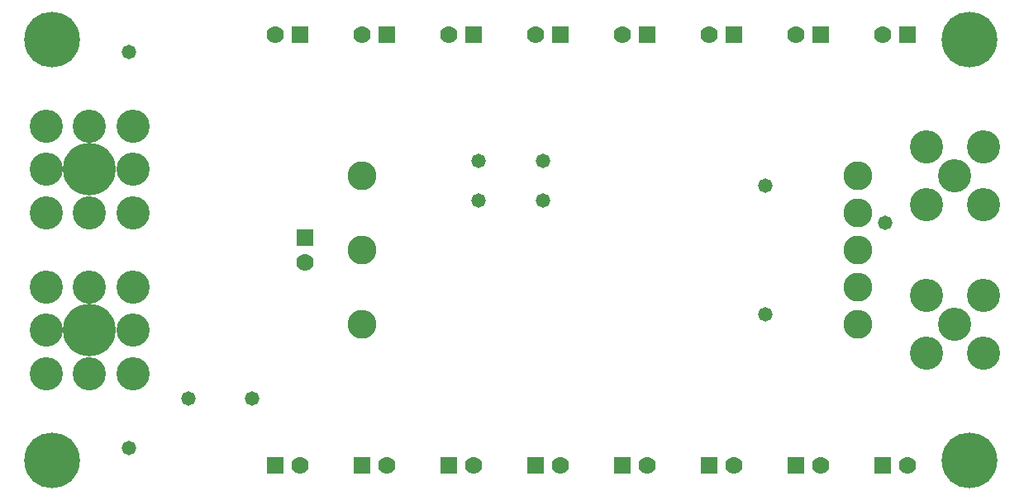
<source format=gbs>
G04*
G04 #@! TF.GenerationSoftware,Altium Limited,Altium Designer,21.0.9 (235)*
G04*
G04 Layer_Color=16711935*
%FSLAX25Y25*%
%MOIN*%
G70*
G04*
G04 #@! TF.SameCoordinates,248EADF4-6E9D-4877-B34C-AAFE22DB1BC7*
G04*
G04*
G04 #@! TF.FilePolarity,Negative*
G04*
G01*
G75*
%ADD23C,0.21272*%
%ADD24C,0.13398*%
%ADD25C,0.07000*%
%ADD26R,0.07000X0.07000*%
%ADD27R,0.07000X0.07000*%
%ADD28C,0.22453*%
%ADD29C,0.11627*%
%ADD30C,0.05800*%
D23*
X30000Y132500D02*
D03*
Y67500D02*
D03*
D24*
X12539Y149961D02*
D03*
X30000D02*
D03*
X47461D02*
D03*
Y132500D02*
D03*
X12539D02*
D03*
Y115039D02*
D03*
X30000D02*
D03*
X47461D02*
D03*
X12539Y84961D02*
D03*
X30000D02*
D03*
X47461D02*
D03*
Y67500D02*
D03*
X12539D02*
D03*
Y50039D02*
D03*
X30000D02*
D03*
X47461D02*
D03*
X379000Y130000D02*
D03*
X390555Y118445D02*
D03*
X367445D02*
D03*
X390555Y141555D02*
D03*
X367445D02*
D03*
X379000Y70000D02*
D03*
X390555Y58445D02*
D03*
X367445D02*
D03*
X390555Y81555D02*
D03*
X367445D02*
D03*
D25*
X116933Y95079D02*
D03*
X105079Y187067D02*
D03*
X140079D02*
D03*
X175079D02*
D03*
X210079D02*
D03*
X245079D02*
D03*
X280079D02*
D03*
X315079D02*
D03*
X350079D02*
D03*
X359921Y12933D02*
D03*
X324921D02*
D03*
X289921D02*
D03*
X254921D02*
D03*
X219921D02*
D03*
X184921D02*
D03*
X149921D02*
D03*
X114921D02*
D03*
D26*
X116933Y104921D02*
D03*
D27*
X114921Y187067D02*
D03*
X149921D02*
D03*
X184921D02*
D03*
X219921D02*
D03*
X254921D02*
D03*
X289921D02*
D03*
X324921D02*
D03*
X359921D02*
D03*
X350079Y12933D02*
D03*
X315079D02*
D03*
X280079D02*
D03*
X245079D02*
D03*
X210079D02*
D03*
X175079D02*
D03*
X140079D02*
D03*
X105079D02*
D03*
D28*
X15000Y185000D02*
D03*
X385000D02*
D03*
Y15000D02*
D03*
X15000D02*
D03*
D29*
X140000Y70079D02*
D03*
Y100000D02*
D03*
Y129921D02*
D03*
X340000D02*
D03*
Y114961D02*
D03*
Y100000D02*
D03*
Y85039D02*
D03*
Y70079D02*
D03*
D30*
X351000Y111000D02*
D03*
X95500Y40000D02*
D03*
X70000D02*
D03*
X213000Y120000D02*
D03*
Y136000D02*
D03*
X187000Y120000D02*
D03*
Y136000D02*
D03*
X46000Y180000D02*
D03*
Y20000D02*
D03*
X302500Y74000D02*
D03*
Y126000D02*
D03*
M02*

</source>
